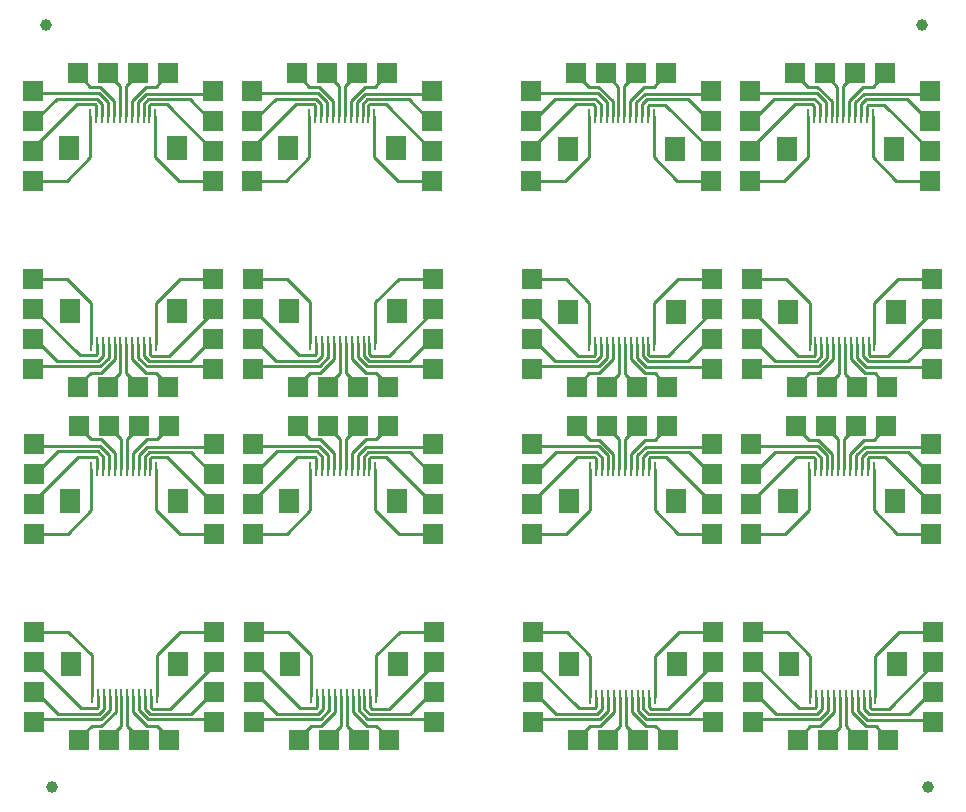
<source format=gbr>
%TF.GenerationSoftware,KiCad,Pcbnew,8.0.3*%
%TF.CreationDate,2024-06-16T14:02:55-05:00*%
%TF.ProjectId,EZ-VIK_panelized_panelized_panelized_panelized,455a2d56-494b-45f7-9061-6e656c697a65,rev?*%
%TF.SameCoordinates,Original*%
%TF.FileFunction,Copper,L1,Top*%
%TF.FilePolarity,Positive*%
%FSLAX46Y46*%
G04 Gerber Fmt 4.6, Leading zero omitted, Abs format (unit mm)*
G04 Created by KiCad (PCBNEW 8.0.3) date 2024-06-16 14:02:55*
%MOMM*%
%LPD*%
G01*
G04 APERTURE LIST*
%TA.AperFunction,ComponentPad*%
%ADD10R,1.680000X1.680000*%
%TD*%
%TA.AperFunction,SMDPad,CuDef*%
%ADD11C,1.000000*%
%TD*%
%TA.AperFunction,SMDPad,CuDef*%
%ADD12R,0.280000X1.250000*%
%TD*%
%TA.AperFunction,SMDPad,CuDef*%
%ADD13R,1.800000X2.000000*%
%TD*%
%TA.AperFunction,Conductor*%
%ADD14C,0.250000*%
%TD*%
G04 APERTURE END LIST*
D10*
%TO.P,J2,1,Pin_1*%
%TO.N,MOSI*%
X209928600Y-102722102D03*
%TO.P,J2,2,Pin_2*%
%TO.N,GP_AD1*%
X212478600Y-102722102D03*
%TO.P,J2,3,Pin_3*%
%TO.N,+5V*%
X215013600Y-102722102D03*
%TO.P,J2,4,Pin_4*%
%TO.N,RGB_DO*%
X217548600Y-102722102D03*
%TD*%
%TO.P,J3,1,Pin_1*%
%TO.N,+3V3*%
X145163478Y-55391411D03*
%TO.P,J3,2,Pin_2*%
%TO.N,GND*%
X145163478Y-52841411D03*
%TO.P,J3,3,Pin_3*%
%TO.N,SDA*%
X145163478Y-50306411D03*
%TO.P,J3,4,Pin_4*%
%TO.N,SCL*%
X145163478Y-47771411D03*
%TD*%
D11*
%TO.P,,*%
%TO.N,*%
X220980000Y-106680000D03*
%TD*%
D10*
%TO.P,J1,1,Pin_1*%
%TO.N,SCLK*%
X187487322Y-93576478D03*
%TO.P,J1,2,Pin_2*%
%TO.N,MISO*%
X187487322Y-96126478D03*
%TO.P,J1,3,Pin_3*%
%TO.N,SPI_CS*%
X187487322Y-98661478D03*
%TO.P,J1,4,Pin_4*%
%TO.N,GP_AD2*%
X187487322Y-101196478D03*
%TD*%
%TO.P,J2,1,Pin_1*%
%TO.N,MOSI*%
X175218978Y-76111511D03*
%TO.P,J2,2,Pin_2*%
%TO.N,GP_AD1*%
X172668978Y-76111511D03*
%TO.P,J2,3,Pin_3*%
%TO.N,+5V*%
X170133978Y-76111511D03*
%TO.P,J2,4,Pin_4*%
%TO.N,RGB_DO*%
X167598978Y-76111511D03*
%TD*%
%TO.P,J2,1,Pin_1*%
%TO.N,MOSI*%
X198800800Y-46250600D03*
%TO.P,J2,2,Pin_2*%
%TO.N,GP_AD1*%
X196250800Y-46250600D03*
%TO.P,J2,3,Pin_3*%
%TO.N,+5V*%
X193715800Y-46250600D03*
%TO.P,J2,4,Pin_4*%
%TO.N,RGB_DO*%
X191180800Y-46250600D03*
%TD*%
%TO.P,J3,1,Pin_1*%
%TO.N,+3V3*%
X179027500Y-63670700D03*
%TO.P,J3,2,Pin_2*%
%TO.N,GND*%
X179027500Y-66220700D03*
%TO.P,J3,3,Pin_3*%
%TO.N,SDA*%
X179027500Y-68755700D03*
%TO.P,J3,4,Pin_4*%
%TO.N,SCL*%
X179027500Y-71290700D03*
%TD*%
%TO.P,J2,1,Pin_1*%
%TO.N,MOSI*%
X149090000Y-102707289D03*
%TO.P,J2,2,Pin_2*%
%TO.N,GP_AD1*%
X151640000Y-102707289D03*
%TO.P,J2,3,Pin_3*%
%TO.N,+5V*%
X154175000Y-102707289D03*
%TO.P,J2,4,Pin_4*%
%TO.N,RGB_DO*%
X156710000Y-102707289D03*
%TD*%
%TO.P,J1,1,Pin_1*%
%TO.N,SCLK*%
X179023978Y-85255511D03*
%TO.P,J1,2,Pin_2*%
%TO.N,MISO*%
X179023978Y-82705511D03*
%TO.P,J1,3,Pin_3*%
%TO.N,SPI_CS*%
X179023978Y-80170511D03*
%TO.P,J1,4,Pin_4*%
%TO.N,GP_AD2*%
X179023978Y-77635511D03*
%TD*%
%TO.P,J2,1,Pin_1*%
%TO.N,MOSI*%
X217342800Y-46250600D03*
%TO.P,J2,2,Pin_2*%
%TO.N,GP_AD1*%
X214792800Y-46250600D03*
%TO.P,J2,3,Pin_3*%
%TO.N,+5V*%
X212257800Y-46250600D03*
%TO.P,J2,4,Pin_4*%
%TO.N,RGB_DO*%
X209722800Y-46250600D03*
%TD*%
%TO.P,J1,1,Pin_1*%
%TO.N,SCLK*%
X163787500Y-63680700D03*
%TO.P,J1,2,Pin_2*%
%TO.N,MISO*%
X163787500Y-66230700D03*
%TO.P,J1,3,Pin_3*%
%TO.N,SPI_CS*%
X163787500Y-68765700D03*
%TO.P,J1,4,Pin_4*%
%TO.N,GP_AD2*%
X163787500Y-71300700D03*
%TD*%
%TO.P,J1,1,Pin_1*%
%TO.N,SCLK*%
X202605800Y-55394600D03*
%TO.P,J1,2,Pin_2*%
%TO.N,MISO*%
X202605800Y-52844600D03*
%TO.P,J1,3,Pin_3*%
%TO.N,SPI_CS*%
X202605800Y-50309600D03*
%TO.P,J1,4,Pin_4*%
%TO.N,GP_AD2*%
X202605800Y-47774600D03*
%TD*%
D12*
%TO.P,J22,1,3V3*%
%TO.N,+3V3*%
X155655000Y-99030289D03*
%TO.P,J22,2,GND*%
%TO.N,GND*%
X155155000Y-99030289D03*
%TO.P,J22,3,SDA*%
%TO.N,SDA*%
X154655000Y-99030289D03*
%TO.P,J22,4,SCL*%
%TO.N,SCL*%
X154155000Y-99030289D03*
%TO.P,J22,5,RGB_DO*%
%TO.N,RGB_DO*%
X153655000Y-99030289D03*
%TO.P,J22,6,5V*%
%TO.N,+5V*%
X153155000Y-99030289D03*
%TO.P,J22,7,GP_AD1*%
%TO.N,GP_AD1*%
X152655000Y-99030289D03*
%TO.P,J22,8,MOSI*%
%TO.N,MOSI*%
X152155000Y-99030289D03*
%TO.P,J22,9,GP_AD2*%
%TO.N,GP_AD2*%
X151655000Y-99030289D03*
%TO.P,J22,10,SPI_CS*%
%TO.N,SPI_CS*%
X151155000Y-99030289D03*
%TO.P,J22,11,MISO*%
%TO.N,MISO*%
X150655000Y-99030289D03*
%TO.P,J22,12,SCLK*%
%TO.N,SCLK*%
X150155000Y-99030289D03*
D13*
%TO.P,J22,13*%
%TO.N,N/C*%
X148355000Y-96306289D03*
%TO.P,J22,14*%
X157455000Y-96306289D03*
%TD*%
D10*
%TO.P,J3,1,Pin_1*%
%TO.N,+3V3*%
X179106000Y-93544800D03*
%TO.P,J3,2,Pin_2*%
%TO.N,GND*%
X179106000Y-96094800D03*
%TO.P,J3,3,Pin_3*%
%TO.N,SDA*%
X179106000Y-98629800D03*
%TO.P,J3,4,Pin_4*%
%TO.N,SCL*%
X179106000Y-101164800D03*
%TD*%
%TO.P,J3,1,Pin_1*%
%TO.N,+3V3*%
X163705478Y-55391411D03*
%TO.P,J3,2,Pin_2*%
%TO.N,GND*%
X163705478Y-52841411D03*
%TO.P,J3,3,Pin_3*%
%TO.N,SDA*%
X163705478Y-50306411D03*
%TO.P,J3,4,Pin_4*%
%TO.N,SCL*%
X163705478Y-47771411D03*
%TD*%
D12*
%TO.P,J16,1,3V3*%
%TO.N,+3V3*%
X197778822Y-69169378D03*
%TO.P,J16,2,GND*%
%TO.N,GND*%
X197278822Y-69169378D03*
%TO.P,J16,3,SDA*%
%TO.N,SDA*%
X196778822Y-69169378D03*
%TO.P,J16,4,SCL*%
%TO.N,SCL*%
X196278822Y-69169378D03*
%TO.P,J16,5,RGB_DO*%
%TO.N,RGB_DO*%
X195778822Y-69169378D03*
%TO.P,J16,6,5V*%
%TO.N,+5V*%
X195278822Y-69169378D03*
%TO.P,J16,7,GP_AD1*%
%TO.N,GP_AD1*%
X194778822Y-69169378D03*
%TO.P,J16,8,MOSI*%
%TO.N,MOSI*%
X194278822Y-69169378D03*
%TO.P,J16,9,GP_AD2*%
%TO.N,GP_AD2*%
X193778822Y-69169378D03*
%TO.P,J16,10,SPI_CS*%
%TO.N,SPI_CS*%
X193278822Y-69169378D03*
%TO.P,J16,11,MISO*%
%TO.N,MISO*%
X192778822Y-69169378D03*
%TO.P,J16,12,SCLK*%
%TO.N,SCLK*%
X192278822Y-69169378D03*
D13*
%TO.P,J16,13*%
%TO.N,N/C*%
X190478822Y-66445378D03*
%TO.P,J16,14*%
X199578822Y-66445378D03*
%TD*%
D10*
%TO.P,J1,1,Pin_1*%
%TO.N,SCLK*%
X202684300Y-85268700D03*
%TO.P,J1,2,Pin_2*%
%TO.N,MISO*%
X202684300Y-82718700D03*
%TO.P,J1,3,Pin_3*%
%TO.N,SPI_CS*%
X202684300Y-80183700D03*
%TO.P,J1,4,Pin_4*%
%TO.N,GP_AD2*%
X202684300Y-77648700D03*
%TD*%
D12*
%TO.P,13,1,3V3*%
%TO.N,+3V3*%
X210777800Y-49927600D03*
%TO.P,13,2,GND*%
%TO.N,GND*%
X211277800Y-49927600D03*
%TO.P,13,3,SDA*%
%TO.N,SDA*%
X211777800Y-49927600D03*
%TO.P,13,4,SCL*%
%TO.N,SCL*%
X212277800Y-49927600D03*
%TO.P,13,5,RGB_DO*%
%TO.N,RGB_DO*%
X212777800Y-49927600D03*
%TO.P,13,6,5V*%
%TO.N,+5V*%
X213277800Y-49927600D03*
%TO.P,13,7,GP_AD1*%
%TO.N,GP_AD1*%
X213777800Y-49927600D03*
%TO.P,13,8,MOSI*%
%TO.N,MOSI*%
X214277800Y-49927600D03*
%TO.P,13,9,GP_AD2*%
%TO.N,GP_AD2*%
X214777800Y-49927600D03*
%TO.P,13,10,SPI_CS*%
%TO.N,SPI_CS*%
X215277800Y-49927600D03*
%TO.P,13,11,MISO*%
%TO.N,MISO*%
X215777800Y-49927600D03*
%TO.P,13,12,SCLK*%
%TO.N,SCLK*%
X216277800Y-49927600D03*
D13*
%TO.P,13,13*%
%TO.N,N/C*%
X218077800Y-52651600D03*
%TO.P,13,14*%
X208977800Y-52651600D03*
%TD*%
D10*
%TO.P,J2,1,Pin_1*%
%TO.N,MOSI*%
X156598478Y-46237411D03*
%TO.P,J2,2,Pin_2*%
%TO.N,GP_AD1*%
X154048478Y-46237411D03*
%TO.P,J2,3,Pin_3*%
%TO.N,+5V*%
X151513478Y-46237411D03*
%TO.P,J2,4,Pin_4*%
%TO.N,RGB_DO*%
X148978478Y-46237411D03*
%TD*%
D12*
%TO.P,J14,1,3V3*%
%TO.N,+3V3*%
X155576500Y-69156189D03*
%TO.P,J14,2,GND*%
%TO.N,GND*%
X155076500Y-69156189D03*
%TO.P,J14,3,SDA*%
%TO.N,SDA*%
X154576500Y-69156189D03*
%TO.P,J14,4,SCL*%
%TO.N,SCL*%
X154076500Y-69156189D03*
%TO.P,J14,5,RGB_DO*%
%TO.N,RGB_DO*%
X153576500Y-69156189D03*
%TO.P,J14,6,5V*%
%TO.N,+5V*%
X153076500Y-69156189D03*
%TO.P,J14,7,GP_AD1*%
%TO.N,GP_AD1*%
X152576500Y-69156189D03*
%TO.P,J14,8,MOSI*%
%TO.N,MOSI*%
X152076500Y-69156189D03*
%TO.P,J14,9,GP_AD2*%
%TO.N,GP_AD2*%
X151576500Y-69156189D03*
%TO.P,J14,10,SPI_CS*%
%TO.N,SPI_CS*%
X151076500Y-69156189D03*
%TO.P,J14,11,MISO*%
%TO.N,MISO*%
X150576500Y-69156189D03*
%TO.P,J14,12,SCLK*%
%TO.N,SCLK*%
X150076500Y-69156189D03*
D13*
%TO.P,J14,13*%
%TO.N,N/C*%
X148276500Y-66432189D03*
%TO.P,J14,14*%
X157376500Y-66432189D03*
%TD*%
D10*
%TO.P,J3,1,Pin_1*%
%TO.N,+3V3*%
X205907800Y-55404600D03*
%TO.P,J3,2,Pin_2*%
%TO.N,GND*%
X205907800Y-52854600D03*
%TO.P,J3,3,Pin_3*%
%TO.N,SDA*%
X205907800Y-50319600D03*
%TO.P,J3,4,Pin_4*%
%TO.N,SCL*%
X205907800Y-47784600D03*
%TD*%
%TO.P,J2,1,Pin_1*%
%TO.N,MOSI*%
X167671000Y-102698800D03*
%TO.P,J2,2,Pin_2*%
%TO.N,GP_AD1*%
X170221000Y-102698800D03*
%TO.P,J2,3,Pin_3*%
%TO.N,+5V*%
X172756000Y-102698800D03*
%TO.P,J2,4,Pin_4*%
%TO.N,RGB_DO*%
X175291000Y-102698800D03*
%TD*%
%TO.P,J3,1,Pin_1*%
%TO.N,+3V3*%
X202727322Y-93566478D03*
%TO.P,J3,2,Pin_2*%
%TO.N,GND*%
X202727322Y-96116478D03*
%TO.P,J3,3,Pin_3*%
%TO.N,SDA*%
X202727322Y-98651478D03*
%TO.P,J3,4,Pin_4*%
%TO.N,SCL*%
X202727322Y-101186478D03*
%TD*%
%TO.P,J3,1,Pin_1*%
%TO.N,+3V3*%
X160525000Y-93553289D03*
%TO.P,J3,2,Pin_2*%
%TO.N,GND*%
X160525000Y-96103289D03*
%TO.P,J3,3,Pin_3*%
%TO.N,SDA*%
X160525000Y-98638289D03*
%TO.P,J3,4,Pin_4*%
%TO.N,SCL*%
X160525000Y-101173289D03*
%TD*%
%TO.P,J3,1,Pin_1*%
%TO.N,+3V3*%
X187444300Y-85278700D03*
%TO.P,J3,2,Pin_2*%
%TO.N,GND*%
X187444300Y-82728700D03*
%TO.P,J3,3,Pin_3*%
%TO.N,SDA*%
X187444300Y-80193700D03*
%TO.P,J3,4,Pin_4*%
%TO.N,SCL*%
X187444300Y-77658700D03*
%TD*%
%TO.P,J2,1,Pin_1*%
%TO.N,MOSI*%
X209850100Y-72848002D03*
%TO.P,J2,2,Pin_2*%
%TO.N,GP_AD1*%
X212400100Y-72848002D03*
%TO.P,J2,3,Pin_3*%
%TO.N,+5V*%
X214935100Y-72848002D03*
%TO.P,J2,4,Pin_4*%
%TO.N,RGB_DO*%
X217470100Y-72848002D03*
%TD*%
D11*
%TO.P,,*%
%TO.N,*%
X146304000Y-42164000D03*
%TD*%
D10*
%TO.P,J3,1,Pin_1*%
%TO.N,+3V3*%
X163783978Y-85265511D03*
%TO.P,J3,2,Pin_2*%
%TO.N,GND*%
X163783978Y-82715511D03*
%TO.P,J3,3,Pin_3*%
%TO.N,SDA*%
X163783978Y-80180511D03*
%TO.P,J3,4,Pin_4*%
%TO.N,SCL*%
X163783978Y-77645511D03*
%TD*%
D11*
%TO.P,,*%
%TO.N,*%
X146812000Y-106680000D03*
%TD*%
D12*
%TO.P,J24,1,3V3*%
%TO.N,+3V3*%
X197857322Y-99043478D03*
%TO.P,J24,2,GND*%
%TO.N,GND*%
X197357322Y-99043478D03*
%TO.P,J24,3,SDA*%
%TO.N,SDA*%
X196857322Y-99043478D03*
%TO.P,J24,4,SCL*%
%TO.N,SCL*%
X196357322Y-99043478D03*
%TO.P,J24,5,RGB_DO*%
%TO.N,RGB_DO*%
X195857322Y-99043478D03*
%TO.P,J24,6,5V*%
%TO.N,+5V*%
X195357322Y-99043478D03*
%TO.P,J24,7,GP_AD1*%
%TO.N,GP_AD1*%
X194857322Y-99043478D03*
%TO.P,J24,8,MOSI*%
%TO.N,MOSI*%
X194357322Y-99043478D03*
%TO.P,J24,9,GP_AD2*%
%TO.N,GP_AD2*%
X193857322Y-99043478D03*
%TO.P,J24,10,SPI_CS*%
%TO.N,SPI_CS*%
X193357322Y-99043478D03*
%TO.P,J24,11,MISO*%
%TO.N,MISO*%
X192857322Y-99043478D03*
%TO.P,J24,12,SCLK*%
%TO.N,SCLK*%
X192357322Y-99043478D03*
D13*
%TO.P,J24,13*%
%TO.N,N/C*%
X190557322Y-96319478D03*
%TO.P,J24,14*%
X199657322Y-96319478D03*
%TD*%
D10*
%TO.P,J3,1,Pin_1*%
%TO.N,+3V3*%
X221363600Y-93568102D03*
%TO.P,J3,2,Pin_2*%
%TO.N,GND*%
X221363600Y-96118102D03*
%TO.P,J3,3,Pin_3*%
%TO.N,SDA*%
X221363600Y-98653102D03*
%TO.P,J3,4,Pin_4*%
%TO.N,SCL*%
X221363600Y-101188102D03*
%TD*%
%TO.P,J2,1,Pin_1*%
%TO.N,MOSI*%
X156676978Y-76111511D03*
%TO.P,J2,2,Pin_2*%
%TO.N,GP_AD1*%
X154126978Y-76111511D03*
%TO.P,J2,3,Pin_3*%
%TO.N,+5V*%
X151591978Y-76111511D03*
%TO.P,J2,4,Pin_4*%
%TO.N,RGB_DO*%
X149056978Y-76111511D03*
%TD*%
%TO.P,J3,1,Pin_1*%
%TO.N,+3V3*%
X145241978Y-85265511D03*
%TO.P,J3,2,Pin_2*%
%TO.N,GND*%
X145241978Y-82715511D03*
%TO.P,J3,3,Pin_3*%
%TO.N,SDA*%
X145241978Y-80180511D03*
%TO.P,J3,4,Pin_4*%
%TO.N,SCL*%
X145241978Y-77645511D03*
%TD*%
D12*
%TO.P,J25,1,3V3*%
%TO.N,+3V3*%
X216493600Y-99045102D03*
%TO.P,J25,2,GND*%
%TO.N,GND*%
X215993600Y-99045102D03*
%TO.P,J25,3,SDA*%
%TO.N,SDA*%
X215493600Y-99045102D03*
%TO.P,J25,4,SCL*%
%TO.N,SCL*%
X214993600Y-99045102D03*
%TO.P,J25,5,RGB_DO*%
%TO.N,RGB_DO*%
X214493600Y-99045102D03*
%TO.P,J25,6,5V*%
%TO.N,+5V*%
X213993600Y-99045102D03*
%TO.P,J25,7,GP_AD1*%
%TO.N,GP_AD1*%
X213493600Y-99045102D03*
%TO.P,J25,8,MOSI*%
%TO.N,MOSI*%
X212993600Y-99045102D03*
%TO.P,J25,9,GP_AD2*%
%TO.N,GP_AD2*%
X212493600Y-99045102D03*
%TO.P,J25,10,SPI_CS*%
%TO.N,SPI_CS*%
X211993600Y-99045102D03*
%TO.P,J25,11,MISO*%
%TO.N,MISO*%
X211493600Y-99045102D03*
%TO.P,J25,12,SCLK*%
%TO.N,SCLK*%
X210993600Y-99045102D03*
D13*
%TO.P,J25,13*%
%TO.N,N/C*%
X209193600Y-96321102D03*
%TO.P,J25,14*%
X218293600Y-96321102D03*
%TD*%
D10*
%TO.P,J1,1,Pin_1*%
%TO.N,SCLK*%
X145206500Y-63689189D03*
%TO.P,J1,2,Pin_2*%
%TO.N,MISO*%
X145206500Y-66239189D03*
%TO.P,J1,3,Pin_3*%
%TO.N,SPI_CS*%
X145206500Y-68774189D03*
%TO.P,J1,4,Pin_4*%
%TO.N,GP_AD2*%
X145206500Y-71309189D03*
%TD*%
%TO.P,J3,1,Pin_1*%
%TO.N,+3V3*%
X221285100Y-63694002D03*
%TO.P,J3,2,Pin_2*%
%TO.N,GND*%
X221285100Y-66244002D03*
%TO.P,J3,3,Pin_3*%
%TO.N,SDA*%
X221285100Y-68779002D03*
%TO.P,J3,4,Pin_4*%
%TO.N,SCL*%
X221285100Y-71314002D03*
%TD*%
%TO.P,J1,1,Pin_1*%
%TO.N,SCLK*%
X160403478Y-55381411D03*
%TO.P,J1,2,Pin_2*%
%TO.N,MISO*%
X160403478Y-52831411D03*
%TO.P,J1,3,Pin_3*%
%TO.N,SPI_CS*%
X160403478Y-50296411D03*
%TO.P,J1,4,Pin_4*%
%TO.N,GP_AD2*%
X160403478Y-47761411D03*
%TD*%
%TO.P,J2,1,Pin_1*%
%TO.N,MOSI*%
X191292322Y-102720478D03*
%TO.P,J2,2,Pin_2*%
%TO.N,GP_AD1*%
X193842322Y-102720478D03*
%TO.P,J2,3,Pin_3*%
%TO.N,+5V*%
X196377322Y-102720478D03*
%TO.P,J2,4,Pin_4*%
%TO.N,RGB_DO*%
X198912322Y-102720478D03*
%TD*%
D12*
%TO.P,J15,1,3V3*%
%TO.N,+3V3*%
X174157500Y-69147700D03*
%TO.P,J15,2,GND*%
%TO.N,GND*%
X173657500Y-69147700D03*
%TO.P,J15,3,SDA*%
%TO.N,SDA*%
X173157500Y-69147700D03*
%TO.P,J15,4,SCL*%
%TO.N,SCL*%
X172657500Y-69147700D03*
%TO.P,J15,5,RGB_DO*%
%TO.N,RGB_DO*%
X172157500Y-69147700D03*
%TO.P,J15,6,5V*%
%TO.N,+5V*%
X171657500Y-69147700D03*
%TO.P,J15,7,GP_AD1*%
%TO.N,GP_AD1*%
X171157500Y-69147700D03*
%TO.P,J15,8,MOSI*%
%TO.N,MOSI*%
X170657500Y-69147700D03*
%TO.P,J15,9,GP_AD2*%
%TO.N,GP_AD2*%
X170157500Y-69147700D03*
%TO.P,J15,10,SPI_CS*%
%TO.N,SPI_CS*%
X169657500Y-69147700D03*
%TO.P,J15,11,MISO*%
%TO.N,MISO*%
X169157500Y-69147700D03*
%TO.P,J15,12,SCLK*%
%TO.N,SCLK*%
X168657500Y-69147700D03*
D13*
%TO.P,J15,13*%
%TO.N,N/C*%
X166857500Y-66423700D03*
%TO.P,J15,14*%
X175957500Y-66423700D03*
%TD*%
D10*
%TO.P,J3,1,Pin_1*%
%TO.N,+3V3*%
X160446500Y-63679189D03*
%TO.P,J3,2,Pin_2*%
%TO.N,GND*%
X160446500Y-66229189D03*
%TO.P,J3,3,Pin_3*%
%TO.N,SDA*%
X160446500Y-68764189D03*
%TO.P,J3,4,Pin_4*%
%TO.N,SCL*%
X160446500Y-71299189D03*
%TD*%
%TO.P,J2,1,Pin_1*%
%TO.N,MOSI*%
X198879300Y-76124700D03*
%TO.P,J2,2,Pin_2*%
%TO.N,GP_AD1*%
X196329300Y-76124700D03*
%TO.P,J2,3,Pin_3*%
%TO.N,+5V*%
X193794300Y-76124700D03*
%TO.P,J2,4,Pin_4*%
%TO.N,RGB_DO*%
X191259300Y-76124700D03*
%TD*%
%TO.P,J1,1,Pin_1*%
%TO.N,SCLK*%
X206123600Y-93578102D03*
%TO.P,J1,2,Pin_2*%
%TO.N,MISO*%
X206123600Y-96128102D03*
%TO.P,J1,3,Pin_3*%
%TO.N,SPI_CS*%
X206123600Y-98663102D03*
%TO.P,J1,4,Pin_4*%
%TO.N,GP_AD2*%
X206123600Y-101198102D03*
%TD*%
%TO.P,J1,1,Pin_1*%
%TO.N,SCLK*%
X206045100Y-63704002D03*
%TO.P,J1,2,Pin_2*%
%TO.N,MISO*%
X206045100Y-66254002D03*
%TO.P,J1,3,Pin_3*%
%TO.N,SPI_CS*%
X206045100Y-68789002D03*
%TO.P,J1,4,Pin_4*%
%TO.N,GP_AD2*%
X206045100Y-71324002D03*
%TD*%
%TO.P,J3,1,Pin_1*%
%TO.N,+3V3*%
X187365800Y-55404600D03*
%TO.P,J3,2,Pin_2*%
%TO.N,GND*%
X187365800Y-52854600D03*
%TO.P,J3,3,Pin_3*%
%TO.N,SDA*%
X187365800Y-50319600D03*
%TO.P,J3,4,Pin_4*%
%TO.N,SCL*%
X187365800Y-47784600D03*
%TD*%
%TO.P,J3,1,Pin_1*%
%TO.N,+3V3*%
X202648822Y-63692378D03*
%TO.P,J3,2,Pin_2*%
%TO.N,GND*%
X202648822Y-66242378D03*
%TO.P,J3,3,Pin_3*%
%TO.N,SDA*%
X202648822Y-68777378D03*
%TO.P,J3,4,Pin_4*%
%TO.N,SCL*%
X202648822Y-71312378D03*
%TD*%
D12*
%TO.P,J17,1,3V3*%
%TO.N,+3V3*%
X216415100Y-69171002D03*
%TO.P,J17,2,GND*%
%TO.N,GND*%
X215915100Y-69171002D03*
%TO.P,J17,3,SDA*%
%TO.N,SDA*%
X215415100Y-69171002D03*
%TO.P,J17,4,SCL*%
%TO.N,SCL*%
X214915100Y-69171002D03*
%TO.P,J17,5,RGB_DO*%
%TO.N,RGB_DO*%
X214415100Y-69171002D03*
%TO.P,J17,6,5V*%
%TO.N,+5V*%
X213915100Y-69171002D03*
%TO.P,J17,7,GP_AD1*%
%TO.N,GP_AD1*%
X213415100Y-69171002D03*
%TO.P,J17,8,MOSI*%
%TO.N,MOSI*%
X212915100Y-69171002D03*
%TO.P,J17,9,GP_AD2*%
%TO.N,GP_AD2*%
X212415100Y-69171002D03*
%TO.P,J17,10,SPI_CS*%
%TO.N,SPI_CS*%
X211915100Y-69171002D03*
%TO.P,J17,11,MISO*%
%TO.N,MISO*%
X211415100Y-69171002D03*
%TO.P,J17,12,SCLK*%
%TO.N,SCLK*%
X210915100Y-69171002D03*
D13*
%TO.P,J17,13*%
%TO.N,N/C*%
X209115100Y-66447002D03*
%TO.P,J17,14*%
X218215100Y-66447002D03*
%TD*%
D12*
%TO.P,J19,1,3V3*%
%TO.N,+3V3*%
X168653978Y-79788511D03*
%TO.P,J19,2,GND*%
%TO.N,GND*%
X169153978Y-79788511D03*
%TO.P,J19,3,SDA*%
%TO.N,SDA*%
X169653978Y-79788511D03*
%TO.P,J19,4,SCL*%
%TO.N,SCL*%
X170153978Y-79788511D03*
%TO.P,J19,5,RGB_DO*%
%TO.N,RGB_DO*%
X170653978Y-79788511D03*
%TO.P,J19,6,5V*%
%TO.N,+5V*%
X171153978Y-79788511D03*
%TO.P,J19,7,GP_AD1*%
%TO.N,GP_AD1*%
X171653978Y-79788511D03*
%TO.P,J19,8,MOSI*%
%TO.N,MOSI*%
X172153978Y-79788511D03*
%TO.P,J19,9,GP_AD2*%
%TO.N,GP_AD2*%
X172653978Y-79788511D03*
%TO.P,J19,10,SPI_CS*%
%TO.N,SPI_CS*%
X173153978Y-79788511D03*
%TO.P,J19,11,MISO*%
%TO.N,MISO*%
X173653978Y-79788511D03*
%TO.P,J19,12,SCLK*%
%TO.N,SCLK*%
X174153978Y-79788511D03*
D13*
%TO.P,J19,13*%
%TO.N,N/C*%
X175953978Y-82512511D03*
%TO.P,J19,14*%
X166853978Y-82512511D03*
%TD*%
D10*
%TO.P,J2,1,Pin_1*%
%TO.N,MOSI*%
X167592500Y-72824700D03*
%TO.P,J2,2,Pin_2*%
%TO.N,GP_AD1*%
X170142500Y-72824700D03*
%TO.P,J2,3,Pin_3*%
%TO.N,+5V*%
X172677500Y-72824700D03*
%TO.P,J2,4,Pin_4*%
%TO.N,RGB_DO*%
X175212500Y-72824700D03*
%TD*%
%TO.P,J1,1,Pin_1*%
%TO.N,SCLK*%
X145285000Y-93563289D03*
%TO.P,J1,2,Pin_2*%
%TO.N,MISO*%
X145285000Y-96113289D03*
%TO.P,J1,3,Pin_3*%
%TO.N,SPI_CS*%
X145285000Y-98648289D03*
%TO.P,J1,4,Pin_4*%
%TO.N,GP_AD2*%
X145285000Y-101183289D03*
%TD*%
D12*
%TO.P,J11,1,3V3*%
%TO.N,+3V3*%
X168575478Y-49914411D03*
%TO.P,J11,2,GND*%
%TO.N,GND*%
X169075478Y-49914411D03*
%TO.P,J11,3,SDA*%
%TO.N,SDA*%
X169575478Y-49914411D03*
%TO.P,J11,4,SCL*%
%TO.N,SCL*%
X170075478Y-49914411D03*
%TO.P,J11,5,RGB_DO*%
%TO.N,RGB_DO*%
X170575478Y-49914411D03*
%TO.P,J11,6,5V*%
%TO.N,+5V*%
X171075478Y-49914411D03*
%TO.P,J11,7,GP_AD1*%
%TO.N,GP_AD1*%
X171575478Y-49914411D03*
%TO.P,J11,8,MOSI*%
%TO.N,MOSI*%
X172075478Y-49914411D03*
%TO.P,J11,9,GP_AD2*%
%TO.N,GP_AD2*%
X172575478Y-49914411D03*
%TO.P,J11,10,SPI_CS*%
%TO.N,SPI_CS*%
X173075478Y-49914411D03*
%TO.P,J11,11,MISO*%
%TO.N,MISO*%
X173575478Y-49914411D03*
%TO.P,J11,12,SCLK*%
%TO.N,SCLK*%
X174075478Y-49914411D03*
D13*
%TO.P,J11,13*%
%TO.N,N/C*%
X175875478Y-52638411D03*
%TO.P,J11,14*%
X166775478Y-52638411D03*
%TD*%
D10*
%TO.P,J2,1,Pin_1*%
%TO.N,MOSI*%
X175140478Y-46237411D03*
%TO.P,J2,2,Pin_2*%
%TO.N,GP_AD1*%
X172590478Y-46237411D03*
%TO.P,J2,3,Pin_3*%
%TO.N,+5V*%
X170055478Y-46237411D03*
%TO.P,J2,4,Pin_4*%
%TO.N,RGB_DO*%
X167520478Y-46237411D03*
%TD*%
D12*
%TO.P,J20,1,3V3*%
%TO.N,+3V3*%
X192314300Y-79801700D03*
%TO.P,J20,2,GND*%
%TO.N,GND*%
X192814300Y-79801700D03*
%TO.P,J20,3,SDA*%
%TO.N,SDA*%
X193314300Y-79801700D03*
%TO.P,J20,4,SCL*%
%TO.N,SCL*%
X193814300Y-79801700D03*
%TO.P,J20,5,RGB_DO*%
%TO.N,RGB_DO*%
X194314300Y-79801700D03*
%TO.P,J20,6,5V*%
%TO.N,+5V*%
X194814300Y-79801700D03*
%TO.P,J20,7,GP_AD1*%
%TO.N,GP_AD1*%
X195314300Y-79801700D03*
%TO.P,J20,8,MOSI*%
%TO.N,MOSI*%
X195814300Y-79801700D03*
%TO.P,J20,9,GP_AD2*%
%TO.N,GP_AD2*%
X196314300Y-79801700D03*
%TO.P,J20,10,SPI_CS*%
%TO.N,SPI_CS*%
X196814300Y-79801700D03*
%TO.P,J20,11,MISO*%
%TO.N,MISO*%
X197314300Y-79801700D03*
%TO.P,J20,12,SCLK*%
%TO.N,SCLK*%
X197814300Y-79801700D03*
D13*
%TO.P,J20,13*%
%TO.N,N/C*%
X199614300Y-82525700D03*
%TO.P,J20,14*%
X190514300Y-82525700D03*
%TD*%
D10*
%TO.P,J2,1,Pin_1*%
%TO.N,MOSI*%
X217421300Y-76124700D03*
%TO.P,J2,2,Pin_2*%
%TO.N,GP_AD1*%
X214871300Y-76124700D03*
%TO.P,J2,3,Pin_3*%
%TO.N,+5V*%
X212336300Y-76124700D03*
%TO.P,J2,4,Pin_4*%
%TO.N,RGB_DO*%
X209801300Y-76124700D03*
%TD*%
%TO.P,J1,1,Pin_1*%
%TO.N,SCLK*%
X178945478Y-55381411D03*
%TO.P,J1,2,Pin_2*%
%TO.N,MISO*%
X178945478Y-52831411D03*
%TO.P,J1,3,Pin_3*%
%TO.N,SPI_CS*%
X178945478Y-50296411D03*
%TO.P,J1,4,Pin_4*%
%TO.N,GP_AD2*%
X178945478Y-47761411D03*
%TD*%
%TO.P,J3,1,Pin_1*%
%TO.N,+3V3*%
X205986300Y-85278700D03*
%TO.P,J3,2,Pin_2*%
%TO.N,GND*%
X205986300Y-82728700D03*
%TO.P,J3,3,Pin_3*%
%TO.N,SDA*%
X205986300Y-80193700D03*
%TO.P,J3,4,Pin_4*%
%TO.N,SCL*%
X205986300Y-77658700D03*
%TD*%
D12*
%TO.P,J12,1,3V3*%
%TO.N,+3V3*%
X192235800Y-49927600D03*
%TO.P,J12,2,GND*%
%TO.N,GND*%
X192735800Y-49927600D03*
%TO.P,J12,3,SDA*%
%TO.N,SDA*%
X193235800Y-49927600D03*
%TO.P,J12,4,SCL*%
%TO.N,SCL*%
X193735800Y-49927600D03*
%TO.P,J12,5,RGB_DO*%
%TO.N,RGB_DO*%
X194235800Y-49927600D03*
%TO.P,J12,6,5V*%
%TO.N,+5V*%
X194735800Y-49927600D03*
%TO.P,J12,7,GP_AD1*%
%TO.N,GP_AD1*%
X195235800Y-49927600D03*
%TO.P,J12,8,MOSI*%
%TO.N,MOSI*%
X195735800Y-49927600D03*
%TO.P,J12,9,GP_AD2*%
%TO.N,GP_AD2*%
X196235800Y-49927600D03*
%TO.P,J12,10,SPI_CS*%
%TO.N,SPI_CS*%
X196735800Y-49927600D03*
%TO.P,J12,11,MISO*%
%TO.N,MISO*%
X197235800Y-49927600D03*
%TO.P,J12,12,SCLK*%
%TO.N,SCLK*%
X197735800Y-49927600D03*
D13*
%TO.P,J12,13*%
%TO.N,N/C*%
X199535800Y-52651600D03*
%TO.P,J12,14*%
X190435800Y-52651600D03*
%TD*%
D10*
%TO.P,J1,1,Pin_1*%
%TO.N,SCLK*%
X163866000Y-93554800D03*
%TO.P,J1,2,Pin_2*%
%TO.N,MISO*%
X163866000Y-96104800D03*
%TO.P,J1,3,Pin_3*%
%TO.N,SPI_CS*%
X163866000Y-98639800D03*
%TO.P,J1,4,Pin_4*%
%TO.N,GP_AD2*%
X163866000Y-101174800D03*
%TD*%
%TO.P,J1,1,Pin_1*%
%TO.N,SCLK*%
X160481978Y-85255511D03*
%TO.P,J1,2,Pin_2*%
%TO.N,MISO*%
X160481978Y-82705511D03*
%TO.P,J1,3,Pin_3*%
%TO.N,SPI_CS*%
X160481978Y-80170511D03*
%TO.P,J1,4,Pin_4*%
%TO.N,GP_AD2*%
X160481978Y-77635511D03*
%TD*%
%TO.P,J2,1,Pin_1*%
%TO.N,MOSI*%
X149011500Y-72833189D03*
%TO.P,J2,2,Pin_2*%
%TO.N,GP_AD1*%
X151561500Y-72833189D03*
%TO.P,J2,3,Pin_3*%
%TO.N,+5V*%
X154096500Y-72833189D03*
%TO.P,J2,4,Pin_4*%
%TO.N,RGB_DO*%
X156631500Y-72833189D03*
%TD*%
%TO.P,J2,1,Pin_1*%
%TO.N,MOSI*%
X191213822Y-72846378D03*
%TO.P,J2,2,Pin_2*%
%TO.N,GP_AD1*%
X193763822Y-72846378D03*
%TO.P,J2,3,Pin_3*%
%TO.N,+5V*%
X196298822Y-72846378D03*
%TO.P,J2,4,Pin_4*%
%TO.N,RGB_DO*%
X198833822Y-72846378D03*
%TD*%
D12*
%TO.P,J18,1,3V3*%
%TO.N,+3V3*%
X150111978Y-79788511D03*
%TO.P,J18,2,GND*%
%TO.N,GND*%
X150611978Y-79788511D03*
%TO.P,J18,3,SDA*%
%TO.N,SDA*%
X151111978Y-79788511D03*
%TO.P,J18,4,SCL*%
%TO.N,SCL*%
X151611978Y-79788511D03*
%TO.P,J18,5,RGB_DO*%
%TO.N,RGB_DO*%
X152111978Y-79788511D03*
%TO.P,J18,6,5V*%
%TO.N,+5V*%
X152611978Y-79788511D03*
%TO.P,J18,7,GP_AD1*%
%TO.N,GP_AD1*%
X153111978Y-79788511D03*
%TO.P,J18,8,MOSI*%
%TO.N,MOSI*%
X153611978Y-79788511D03*
%TO.P,J18,9,GP_AD2*%
%TO.N,GP_AD2*%
X154111978Y-79788511D03*
%TO.P,J18,10,SPI_CS*%
%TO.N,SPI_CS*%
X154611978Y-79788511D03*
%TO.P,J18,11,MISO*%
%TO.N,MISO*%
X155111978Y-79788511D03*
%TO.P,J18,12,SCLK*%
%TO.N,SCLK*%
X155611978Y-79788511D03*
D13*
%TO.P,J18,13*%
%TO.N,N/C*%
X157411978Y-82512511D03*
%TO.P,J18,14*%
X148311978Y-82512511D03*
%TD*%
D12*
%TO.P,J10,1,3V3*%
%TO.N,+3V3*%
X150033478Y-49914411D03*
%TO.P,J10,2,GND*%
%TO.N,GND*%
X150533478Y-49914411D03*
%TO.P,J10,3,SDA*%
%TO.N,SDA*%
X151033478Y-49914411D03*
%TO.P,J10,4,SCL*%
%TO.N,SCL*%
X151533478Y-49914411D03*
%TO.P,J10,5,RGB_DO*%
%TO.N,RGB_DO*%
X152033478Y-49914411D03*
%TO.P,J10,6,5V*%
%TO.N,+5V*%
X152533478Y-49914411D03*
%TO.P,J10,7,GP_AD1*%
%TO.N,GP_AD1*%
X153033478Y-49914411D03*
%TO.P,J10,8,MOSI*%
%TO.N,MOSI*%
X153533478Y-49914411D03*
%TO.P,J10,9,GP_AD2*%
%TO.N,GP_AD2*%
X154033478Y-49914411D03*
%TO.P,J10,10,SPI_CS*%
%TO.N,SPI_CS*%
X154533478Y-49914411D03*
%TO.P,J10,11,MISO*%
%TO.N,MISO*%
X155033478Y-49914411D03*
%TO.P,J10,12,SCLK*%
%TO.N,SCLK*%
X155533478Y-49914411D03*
D13*
%TO.P,J10,13*%
%TO.N,N/C*%
X157333478Y-52638411D03*
%TO.P,J10,14*%
X148233478Y-52638411D03*
%TD*%
D10*
%TO.P,J1,1,Pin_1*%
%TO.N,SCLK*%
X187408822Y-63702378D03*
%TO.P,J1,2,Pin_2*%
%TO.N,MISO*%
X187408822Y-66252378D03*
%TO.P,J1,3,Pin_3*%
%TO.N,SPI_CS*%
X187408822Y-68787378D03*
%TO.P,J1,4,Pin_4*%
%TO.N,GP_AD2*%
X187408822Y-71322378D03*
%TD*%
D12*
%TO.P,J23,1,3V3*%
%TO.N,+3V3*%
X174236000Y-99021800D03*
%TO.P,J23,2,GND*%
%TO.N,GND*%
X173736000Y-99021800D03*
%TO.P,J23,3,SDA*%
%TO.N,SDA*%
X173236000Y-99021800D03*
%TO.P,J23,4,SCL*%
%TO.N,SCL*%
X172736000Y-99021800D03*
%TO.P,J23,5,RGB_DO*%
%TO.N,RGB_DO*%
X172236000Y-99021800D03*
%TO.P,J23,6,5V*%
%TO.N,+5V*%
X171736000Y-99021800D03*
%TO.P,J23,7,GP_AD1*%
%TO.N,GP_AD1*%
X171236000Y-99021800D03*
%TO.P,J23,8,MOSI*%
%TO.N,MOSI*%
X170736000Y-99021800D03*
%TO.P,J23,9,GP_AD2*%
%TO.N,GP_AD2*%
X170236000Y-99021800D03*
%TO.P,J23,10,SPI_CS*%
%TO.N,SPI_CS*%
X169736000Y-99021800D03*
%TO.P,J23,11,MISO*%
%TO.N,MISO*%
X169236000Y-99021800D03*
%TO.P,J23,12,SCLK*%
%TO.N,SCLK*%
X168736000Y-99021800D03*
D13*
%TO.P,J23,13*%
%TO.N,N/C*%
X166936000Y-96297800D03*
%TO.P,J23,14*%
X176036000Y-96297800D03*
%TD*%
D10*
%TO.P,J1,1,Pin_1*%
%TO.N,SCLK*%
X221147800Y-55394600D03*
%TO.P,J1,2,Pin_2*%
%TO.N,MISO*%
X221147800Y-52844600D03*
%TO.P,J1,3,Pin_3*%
%TO.N,SPI_CS*%
X221147800Y-50309600D03*
%TO.P,J1,4,Pin_4*%
%TO.N,GP_AD2*%
X221147800Y-47774600D03*
%TD*%
D11*
%TO.P,,*%
%TO.N,*%
X220472000Y-42164000D03*
%TD*%
D10*
%TO.P,J1,1,Pin_1*%
%TO.N,SCLK*%
X221226300Y-85268700D03*
%TO.P,J1,2,Pin_2*%
%TO.N,MISO*%
X221226300Y-82718700D03*
%TO.P,J1,3,Pin_3*%
%TO.N,SPI_CS*%
X221226300Y-80183700D03*
%TO.P,J1,4,Pin_4*%
%TO.N,GP_AD2*%
X221226300Y-77648700D03*
%TD*%
D12*
%TO.P,J21,1,3V3*%
%TO.N,+3V3*%
X210856300Y-79801700D03*
%TO.P,J21,2,GND*%
%TO.N,GND*%
X211356300Y-79801700D03*
%TO.P,J21,3,SDA*%
%TO.N,SDA*%
X211856300Y-79801700D03*
%TO.P,J21,4,SCL*%
%TO.N,SCL*%
X212356300Y-79801700D03*
%TO.P,J21,5,RGB_DO*%
%TO.N,RGB_DO*%
X212856300Y-79801700D03*
%TO.P,J21,6,5V*%
%TO.N,+5V*%
X213356300Y-79801700D03*
%TO.P,J21,7,GP_AD1*%
%TO.N,GP_AD1*%
X213856300Y-79801700D03*
%TO.P,J21,8,MOSI*%
%TO.N,MOSI*%
X214356300Y-79801700D03*
%TO.P,J21,9,GP_AD2*%
%TO.N,GP_AD2*%
X214856300Y-79801700D03*
%TO.P,J21,10,SPI_CS*%
%TO.N,SPI_CS*%
X215356300Y-79801700D03*
%TO.P,J21,11,MISO*%
%TO.N,MISO*%
X215856300Y-79801700D03*
%TO.P,J21,12,SCLK*%
%TO.N,SCLK*%
X216356300Y-79801700D03*
D13*
%TO.P,J21,13*%
%TO.N,N/C*%
X218156300Y-82525700D03*
%TO.P,J21,14*%
X209056300Y-82525700D03*
%TD*%
D14*
%TO.N,SCLK*%
X166743000Y-93554800D02*
X163991114Y-93554800D01*
X148083500Y-63689189D02*
X145331614Y-63689189D01*
X216356300Y-79801700D02*
X216356300Y-83275700D01*
X168736000Y-99021800D02*
X168736000Y-95547800D01*
X192357322Y-99043478D02*
X192357322Y-95569478D01*
X216356300Y-83275700D02*
X218349300Y-85268700D01*
X197814300Y-79801700D02*
X197814300Y-83275700D01*
X168657500Y-65673700D02*
X166664500Y-63680700D01*
X216277800Y-53401600D02*
X218270800Y-55394600D01*
X192357322Y-95569478D02*
X190364322Y-93576478D01*
X157526478Y-55381411D02*
X160278364Y-55381411D01*
X155533478Y-53388411D02*
X157526478Y-55381411D01*
X218349300Y-85268700D02*
X221101186Y-85268700D01*
X148162000Y-93563289D02*
X145410114Y-93563289D01*
X192278822Y-69169378D02*
X192278822Y-65695378D01*
X150155000Y-95556289D02*
X148162000Y-93563289D01*
X216277800Y-49927600D02*
X216277800Y-53401600D01*
X150155000Y-99030289D02*
X150155000Y-95556289D01*
X150076500Y-69156189D02*
X150076500Y-65682189D01*
X192278822Y-65695378D02*
X190285822Y-63702378D01*
X176146978Y-85255511D02*
X178898864Y-85255511D01*
X210993600Y-95571102D02*
X209000600Y-93578102D01*
X174153978Y-79788511D02*
X174153978Y-83262511D01*
X155533478Y-49914411D02*
X155533478Y-53388411D01*
X176068478Y-55381411D02*
X178820364Y-55381411D01*
X218270800Y-55394600D02*
X221022686Y-55394600D01*
X174075478Y-53388411D02*
X176068478Y-55381411D01*
X197735800Y-53401600D02*
X199728800Y-55394600D01*
X190364322Y-93576478D02*
X187612436Y-93576478D01*
X199807300Y-85268700D02*
X202559186Y-85268700D01*
X168736000Y-95547800D02*
X166743000Y-93554800D01*
X190285822Y-63702378D02*
X187533936Y-63702378D01*
X210915100Y-65697002D02*
X208922100Y-63704002D01*
X209000600Y-93578102D02*
X206248714Y-93578102D01*
X174075478Y-49914411D02*
X174075478Y-53388411D01*
X155611978Y-79788511D02*
X155611978Y-83262511D01*
X174153978Y-83262511D02*
X176146978Y-85255511D01*
X166664500Y-63680700D02*
X163912614Y-63680700D01*
X157604978Y-85255511D02*
X160356864Y-85255511D01*
X197735800Y-49927600D02*
X197735800Y-53401600D01*
X168657500Y-69147700D02*
X168657500Y-65673700D01*
X208922100Y-63704002D02*
X206170214Y-63704002D01*
X155611978Y-83262511D02*
X157604978Y-85255511D01*
X197814300Y-83275700D02*
X199807300Y-85268700D01*
X199728800Y-55394600D02*
X202480686Y-55394600D01*
X210993600Y-99045102D02*
X210993600Y-95571102D01*
X210915100Y-69171002D02*
X210915100Y-65697002D01*
X150076500Y-65682189D02*
X148083500Y-63689189D01*
%TO.N,MISO*%
X156476478Y-48904411D02*
X160278085Y-52706018D01*
X150576500Y-69156189D02*
X150576500Y-70071189D01*
X192778822Y-70084378D02*
X192683822Y-70179378D01*
X197330800Y-48917600D02*
X198678800Y-48917600D01*
X215951300Y-78791700D02*
X217299300Y-78791700D01*
X215777800Y-49927600D02*
X215777800Y-49012600D01*
X150560000Y-100040289D02*
X149212000Y-100040289D01*
X155111978Y-79788511D02*
X155111978Y-78873511D01*
X211493600Y-99045102D02*
X211493600Y-99960102D01*
X169236000Y-99021800D02*
X169236000Y-99936800D01*
X150481500Y-70166189D02*
X149133500Y-70166189D01*
X178820085Y-52706018D02*
X178820098Y-52831424D01*
X155033478Y-49914411D02*
X155033478Y-48999411D01*
X175096978Y-78778511D02*
X178898585Y-82580118D01*
X202558907Y-82593307D02*
X202558920Y-82718713D01*
X202480407Y-52719207D02*
X202480420Y-52844613D01*
X211398600Y-100055102D02*
X210050600Y-100055102D01*
X192857322Y-99958478D02*
X192762322Y-100053478D01*
X169157500Y-70062700D02*
X169062500Y-70157700D01*
X187534215Y-66377771D02*
X187534202Y-66252365D01*
X192762322Y-100053478D02*
X191414322Y-100053478D01*
X197235800Y-49012600D02*
X197330800Y-48917600D01*
X197409300Y-78791700D02*
X198757300Y-78791700D01*
X221100907Y-82593307D02*
X221100920Y-82718713D01*
X173575478Y-49914411D02*
X173575478Y-48999411D01*
X215856300Y-79801700D02*
X215856300Y-78886700D01*
X155128478Y-48904411D02*
X156476478Y-48904411D01*
X206248993Y-96253495D02*
X206248980Y-96128089D01*
X155206978Y-78778511D02*
X156554978Y-78778511D01*
X145331893Y-66364582D02*
X145331880Y-66239176D01*
X156554978Y-78778511D02*
X160356585Y-82580118D01*
X191335822Y-70179378D02*
X187534215Y-66377771D01*
X173653978Y-79788511D02*
X173653978Y-78873511D01*
X178898585Y-82580118D02*
X178898598Y-82705524D01*
X150655000Y-99030289D02*
X150655000Y-99945289D01*
X155033478Y-48999411D02*
X155128478Y-48904411D01*
X149212000Y-100040289D02*
X145410393Y-96238682D01*
X145410393Y-96238682D02*
X145410380Y-96113276D01*
X209972100Y-70181002D02*
X206170493Y-66379395D01*
X175018478Y-48904411D02*
X178820085Y-52706018D01*
X150655000Y-99945289D02*
X150560000Y-100040289D01*
X163991393Y-96230193D02*
X163991380Y-96104787D01*
X211493600Y-99960102D02*
X211398600Y-100055102D01*
X215777800Y-49012600D02*
X215872800Y-48917600D01*
X173653978Y-78873511D02*
X173748978Y-78778511D01*
X169062500Y-70157700D02*
X167714500Y-70157700D01*
X198678800Y-48917600D02*
X202480407Y-52719207D01*
X197235800Y-49927600D02*
X197235800Y-49012600D01*
X163912893Y-66356093D02*
X163912880Y-66230687D01*
X155111978Y-78873511D02*
X155206978Y-78778511D01*
X150576500Y-70071189D02*
X150481500Y-70166189D01*
X169157500Y-69147700D02*
X169157500Y-70062700D01*
X169236000Y-99936800D02*
X169141000Y-100031800D01*
X160356585Y-82580118D02*
X160356598Y-82705524D01*
X217220800Y-48917600D02*
X221022407Y-52719207D01*
X167714500Y-70157700D02*
X163912893Y-66356093D01*
X173748978Y-78778511D02*
X175096978Y-78778511D01*
X192857322Y-99043478D02*
X192857322Y-99958478D01*
X210050600Y-100055102D02*
X206248993Y-96253495D01*
X211320100Y-70181002D02*
X209972100Y-70181002D01*
X217299300Y-78791700D02*
X221100907Y-82593307D01*
X192778822Y-69169378D02*
X192778822Y-70084378D01*
X211415100Y-69171002D02*
X211415100Y-70086002D01*
X192683822Y-70179378D02*
X191335822Y-70179378D01*
X169141000Y-100031800D02*
X167793000Y-100031800D01*
X215872800Y-48917600D02*
X217220800Y-48917600D01*
X197314300Y-78886700D02*
X197409300Y-78791700D01*
X211415100Y-70086002D02*
X211320100Y-70181002D01*
X198757300Y-78791700D02*
X202558907Y-82593307D01*
X160278085Y-52706018D02*
X160278098Y-52831424D01*
X206170493Y-66379395D02*
X206170480Y-66253989D01*
X173670478Y-48904411D02*
X175018478Y-48904411D01*
X197314300Y-79801700D02*
X197314300Y-78886700D01*
X215856300Y-78886700D02*
X215951300Y-78791700D01*
X221022407Y-52719207D02*
X221022420Y-52844613D01*
X191414322Y-100053478D02*
X187612715Y-96251871D01*
X173575478Y-48999411D02*
X173670478Y-48904411D01*
X187612715Y-96251871D02*
X187612702Y-96126465D01*
X167793000Y-100031800D02*
X163991393Y-96230193D01*
X149133500Y-70166189D02*
X145331893Y-66364582D01*
%TO.N,SPI_CS*%
X196735800Y-49927600D02*
X196735800Y-48876204D01*
X176977834Y-48454411D02*
X178819834Y-50296411D01*
X154611978Y-78737115D02*
X155020582Y-78328511D01*
X151076500Y-69156189D02*
X151076500Y-70207585D01*
X169657500Y-70199096D02*
X169248896Y-70607700D01*
X169736000Y-100073196D02*
X169327396Y-100481800D01*
X211915100Y-70222398D02*
X211506496Y-70631002D01*
X169736000Y-99021800D02*
X169736000Y-100073196D01*
X173075478Y-48863015D02*
X173484082Y-48454411D01*
X173075478Y-49914411D02*
X173075478Y-48863015D01*
X151076500Y-70207585D02*
X150667896Y-70616189D01*
X154611978Y-79788511D02*
X154611978Y-78737115D01*
X158435834Y-48454411D02*
X160277834Y-50296411D01*
X151155000Y-100081685D02*
X150746396Y-100490289D01*
X173562582Y-78328511D02*
X177056334Y-78328511D01*
X147252644Y-100490289D02*
X145410644Y-98648289D01*
X169657500Y-69147700D02*
X169657500Y-70199096D01*
X192948718Y-100503478D02*
X189454966Y-100503478D01*
X189454966Y-100503478D02*
X187612966Y-98661478D01*
X154942082Y-48454411D02*
X158435834Y-48454411D01*
X150667896Y-70616189D02*
X147174144Y-70616189D01*
X165755144Y-70607700D02*
X163913144Y-68765700D01*
X193357322Y-100094874D02*
X192948718Y-100503478D01*
X154533478Y-49914411D02*
X154533478Y-48863015D01*
X193357322Y-99043478D02*
X193357322Y-100094874D01*
X196735800Y-48876204D02*
X197144404Y-48467600D01*
X165833644Y-100481800D02*
X163991644Y-98639800D01*
X154533478Y-48863015D02*
X154942082Y-48454411D01*
X177056334Y-78328511D02*
X178898334Y-80170511D01*
X215686404Y-48467600D02*
X219180156Y-48467600D01*
X211993600Y-99045102D02*
X211993600Y-100096498D01*
X150746396Y-100490289D02*
X147252644Y-100490289D01*
X192870218Y-70629378D02*
X189376466Y-70629378D01*
X173484082Y-48454411D02*
X176977834Y-48454411D01*
X147174144Y-70616189D02*
X145332144Y-68774189D01*
X208091244Y-100505102D02*
X206249244Y-98663102D01*
X169327396Y-100481800D02*
X165833644Y-100481800D01*
X200638156Y-48467600D02*
X202480156Y-50309600D01*
X208012744Y-70631002D02*
X206170744Y-68789002D01*
X211506496Y-70631002D02*
X208012744Y-70631002D01*
X189376466Y-70629378D02*
X187534466Y-68787378D01*
X211993600Y-100096498D02*
X211584996Y-100505102D01*
X196814300Y-78750304D02*
X197222904Y-78341700D01*
X173153978Y-78737115D02*
X173562582Y-78328511D01*
X155020582Y-78328511D02*
X158514334Y-78328511D01*
X169248896Y-70607700D02*
X165755144Y-70607700D01*
X173153978Y-79788511D02*
X173153978Y-78737115D01*
X215356300Y-79801700D02*
X215356300Y-78750304D01*
X211915100Y-69171002D02*
X211915100Y-70222398D01*
X215764904Y-78341700D02*
X219258656Y-78341700D01*
X197144404Y-48467600D02*
X200638156Y-48467600D01*
X200716656Y-78341700D02*
X202558656Y-80183700D01*
X215356300Y-78750304D02*
X215764904Y-78341700D01*
X193278822Y-69169378D02*
X193278822Y-70220774D01*
X211584996Y-100505102D02*
X208091244Y-100505102D01*
X197222904Y-78341700D02*
X200716656Y-78341700D01*
X219258656Y-78341700D02*
X221100656Y-80183700D01*
X196814300Y-79801700D02*
X196814300Y-78750304D01*
X158514334Y-78328511D02*
X160356334Y-80170511D01*
X219180156Y-48467600D02*
X221022156Y-50309600D01*
X193278822Y-70220774D02*
X192870218Y-70629378D01*
X151155000Y-99030289D02*
X151155000Y-100081685D01*
X215277800Y-48876204D02*
X215686404Y-48467600D01*
X215277800Y-49927600D02*
X215277800Y-48876204D01*
%TO.N,GP_AD2*%
X178702478Y-48004411D02*
X178819583Y-47887306D01*
X193778822Y-70357170D02*
X193056614Y-71079378D01*
X173297686Y-48004411D02*
X178702478Y-48004411D01*
X178780978Y-77878511D02*
X178898083Y-77761406D01*
X220904800Y-48017600D02*
X221021905Y-47900495D01*
X164030500Y-71057700D02*
X163913395Y-71174805D01*
X154033478Y-49914411D02*
X154033478Y-48726619D01*
X202441300Y-77891700D02*
X202558405Y-77774595D01*
X178898083Y-77761406D02*
X178898070Y-77635524D01*
X170157500Y-70335492D02*
X169435292Y-71057700D01*
X212415100Y-69171002D02*
X212415100Y-70358794D01*
X145410895Y-101057394D02*
X145410908Y-101183276D01*
X154111978Y-79788511D02*
X154111978Y-78600719D01*
X169435292Y-71057700D02*
X164030500Y-71057700D01*
X170236000Y-100209592D02*
X169513792Y-100931800D01*
X197036508Y-77891700D02*
X202441300Y-77891700D01*
X145449500Y-71066189D02*
X145332395Y-71183294D01*
X150854292Y-71066189D02*
X145449500Y-71066189D01*
X160356083Y-77761406D02*
X160356070Y-77635524D01*
X215578508Y-77891700D02*
X220983300Y-77891700D01*
X151655000Y-100218081D02*
X150932792Y-100940289D01*
X215500008Y-48017600D02*
X220904800Y-48017600D01*
X196314300Y-79801700D02*
X196314300Y-78613908D01*
X145528000Y-100940289D02*
X145410895Y-101057394D01*
X160160478Y-48004411D02*
X160277583Y-47887306D01*
X164109000Y-100931800D02*
X163991895Y-101048905D01*
X206249495Y-101072207D02*
X206249508Y-101198089D01*
X211771392Y-100955102D02*
X206366600Y-100955102D01*
X196235800Y-48739808D02*
X196958008Y-48017600D01*
X178819583Y-47887306D02*
X178819570Y-47761424D01*
X202479905Y-47900495D02*
X202479892Y-47774613D01*
X172575478Y-49914411D02*
X172575478Y-48726619D01*
X196314300Y-78613908D02*
X197036508Y-77891700D01*
X172575478Y-48726619D02*
X173297686Y-48004411D01*
X202558405Y-77774595D02*
X202558392Y-77648713D01*
X221021905Y-47900495D02*
X221021892Y-47774613D01*
X154755686Y-48004411D02*
X160160478Y-48004411D01*
X163913395Y-71174805D02*
X163913408Y-71300687D01*
X214777800Y-48739808D02*
X215500008Y-48017600D01*
X196235800Y-49927600D02*
X196235800Y-48739808D01*
X151655000Y-99030289D02*
X151655000Y-100218081D01*
X154834186Y-77878511D02*
X160238978Y-77878511D01*
X206288100Y-71081002D02*
X206170995Y-71198107D01*
X212415100Y-70358794D02*
X211692892Y-71081002D01*
X173376186Y-77878511D02*
X178780978Y-77878511D01*
X160277583Y-47887306D02*
X160277570Y-47761424D01*
X193056614Y-71079378D02*
X187651822Y-71079378D01*
X172653978Y-79788511D02*
X172653978Y-78600719D01*
X172653978Y-78600719D02*
X173376186Y-77878511D01*
X202362800Y-48017600D02*
X202479905Y-47900495D01*
X206366600Y-100955102D02*
X206249495Y-101072207D01*
X151576500Y-70343981D02*
X150854292Y-71066189D01*
X220983300Y-77891700D02*
X221100405Y-77774595D01*
X187534717Y-71196483D02*
X187534730Y-71322365D01*
X214777800Y-49927600D02*
X214777800Y-48739808D01*
X193857322Y-100231270D02*
X193135114Y-100953478D01*
X212493600Y-100232894D02*
X211771392Y-100955102D01*
X211692892Y-71081002D02*
X206288100Y-71081002D01*
X145332395Y-71183294D02*
X145332408Y-71309176D01*
X170236000Y-99021800D02*
X170236000Y-100209592D01*
X214856300Y-79801700D02*
X214856300Y-78613908D01*
X154033478Y-48726619D02*
X154755686Y-48004411D01*
X163991895Y-101048905D02*
X163991908Y-101174787D01*
X150932792Y-100940289D02*
X145528000Y-100940289D01*
X193778822Y-69169378D02*
X193778822Y-70357170D01*
X221100405Y-77774595D02*
X221100392Y-77648713D01*
X169513792Y-100931800D02*
X164109000Y-100931800D01*
X187730322Y-100953478D02*
X187613217Y-101070583D01*
X151576500Y-69156189D02*
X151576500Y-70343981D01*
X206170995Y-71198107D02*
X206171008Y-71323989D01*
X187613217Y-101070583D02*
X187613230Y-101196465D01*
X160238978Y-77878511D02*
X160356083Y-77761406D01*
X170157500Y-69147700D02*
X170157500Y-70335492D01*
X193135114Y-100953478D02*
X187730322Y-100953478D01*
X154111978Y-78600719D02*
X154834186Y-77878511D01*
X212493600Y-99045102D02*
X212493600Y-100232894D01*
X187651822Y-71079378D02*
X187534717Y-71196483D01*
X214856300Y-78613908D02*
X215578508Y-77891700D01*
X193857322Y-99043478D02*
X193857322Y-100231270D01*
X196958008Y-48017600D02*
X202362800Y-48017600D01*
%TO.N,MOSI*%
X168709978Y-101533800D02*
X167671000Y-102572778D01*
X150888688Y-71668189D02*
X150050478Y-71668189D01*
X154721290Y-47402411D02*
X155559500Y-47402411D01*
X153611978Y-78464323D02*
X154799790Y-77276511D01*
X192331300Y-101555478D02*
X191292322Y-102594456D01*
X174101500Y-47402411D02*
X175140478Y-46363433D01*
X174180000Y-77276511D02*
X175218978Y-76237533D01*
X192252800Y-71681378D02*
X191213822Y-72720356D01*
X195735800Y-48603412D02*
X196923612Y-47415600D01*
X195814300Y-78477512D02*
X197002112Y-77289700D01*
X194278822Y-69169378D02*
X194278822Y-70493566D01*
X152155000Y-100354477D02*
X150967188Y-101542289D01*
X193091010Y-71681378D02*
X192252800Y-71681378D01*
X210889078Y-71683002D02*
X209850100Y-72721980D01*
X153533478Y-49914411D02*
X153533478Y-48590223D01*
X170657500Y-70471888D02*
X169469688Y-71659700D01*
X210967578Y-101557102D02*
X209928600Y-102596080D01*
X152155000Y-99030289D02*
X152155000Y-100354477D01*
X153533478Y-48590223D02*
X154721290Y-47402411D01*
X212915100Y-70495190D02*
X211727288Y-71683002D01*
X170736000Y-99021800D02*
X170736000Y-100345988D01*
X155559500Y-47402411D02*
X156598478Y-46363433D01*
X212993600Y-100369290D02*
X211805788Y-101557102D01*
X214356300Y-78477512D02*
X215544112Y-77289700D01*
X214356300Y-79801700D02*
X214356300Y-78477512D01*
X170736000Y-100345988D02*
X169548188Y-101533800D01*
X168631478Y-71659700D02*
X167592500Y-72698678D01*
X216382322Y-77289700D02*
X217421300Y-76250722D01*
X155638000Y-77276511D02*
X156676978Y-76237533D01*
X211727288Y-71683002D02*
X210889078Y-71683002D01*
X169548188Y-101533800D02*
X168709978Y-101533800D01*
X150967188Y-101542289D02*
X150128978Y-101542289D01*
X215465612Y-47415600D02*
X216303822Y-47415600D01*
X212915100Y-69171002D02*
X212915100Y-70495190D01*
X150128978Y-101542289D02*
X149090000Y-102581267D01*
X197002112Y-77289700D02*
X197840322Y-77289700D01*
X197761822Y-47415600D02*
X198800800Y-46376622D01*
X194357322Y-99043478D02*
X194357322Y-100367666D01*
X172075478Y-48590223D02*
X173263290Y-47402411D01*
X154799790Y-77276511D02*
X155638000Y-77276511D01*
X153611978Y-79788511D02*
X153611978Y-78464323D01*
X172153978Y-78464323D02*
X173341790Y-77276511D01*
X196923612Y-47415600D02*
X197761822Y-47415600D01*
X173263290Y-47402411D02*
X174101500Y-47402411D01*
X195735800Y-49927600D02*
X195735800Y-48603412D01*
X211805788Y-101557102D02*
X210967578Y-101557102D01*
X169469688Y-71659700D02*
X168631478Y-71659700D01*
X214277800Y-48603412D02*
X215465612Y-47415600D01*
X215544112Y-77289700D02*
X216382322Y-77289700D01*
X152076500Y-70480377D02*
X150888688Y-71668189D01*
X194278822Y-70493566D02*
X193091010Y-71681378D01*
X195814300Y-79801700D02*
X195814300Y-78477512D01*
X172153978Y-79788511D02*
X172153978Y-78464323D01*
X212993600Y-99045102D02*
X212993600Y-100369290D01*
X173341790Y-77276511D02*
X174180000Y-77276511D01*
X172075478Y-49914411D02*
X172075478Y-48590223D01*
X193169510Y-101555478D02*
X192331300Y-101555478D01*
X216303822Y-47415600D02*
X217342800Y-46376622D01*
X170657500Y-69147700D02*
X170657500Y-70471888D01*
X197840322Y-77289700D02*
X198879300Y-76250722D01*
X214277800Y-49927600D02*
X214277800Y-48603412D01*
X150050478Y-71668189D02*
X149011500Y-72707167D01*
X194357322Y-100367666D02*
X193169510Y-101555478D01*
X152076500Y-69156189D02*
X152076500Y-70480377D01*
%TO.N,GP_AD1*%
X152655000Y-101566267D02*
X151640000Y-102581267D01*
X213777800Y-47391622D02*
X214792800Y-46376622D01*
X194778822Y-71705356D02*
X193763822Y-72720356D01*
X195235800Y-49927600D02*
X195235800Y-47391622D01*
X152576500Y-69156189D02*
X152576500Y-71692167D01*
X171575478Y-47378433D02*
X172590478Y-46363433D01*
X213415100Y-69171002D02*
X213415100Y-71706980D01*
X171157500Y-71683678D02*
X170142500Y-72698678D01*
X171653978Y-79788511D02*
X171653978Y-77252533D01*
X153033478Y-49914411D02*
X153033478Y-47378433D01*
X195314300Y-77265722D02*
X196329300Y-76250722D01*
X171236000Y-99021800D02*
X171236000Y-101557778D01*
X171157500Y-69147700D02*
X171157500Y-71683678D01*
X213415100Y-71706980D02*
X212400100Y-72721980D01*
X194857322Y-101579456D02*
X193842322Y-102594456D01*
X152655000Y-99030289D02*
X152655000Y-101566267D01*
X195235800Y-47391622D02*
X196250800Y-46376622D01*
X213856300Y-79801700D02*
X213856300Y-77265722D01*
X213493600Y-101581080D02*
X212478600Y-102596080D01*
X194857322Y-99043478D02*
X194857322Y-101579456D01*
X171575478Y-49914411D02*
X171575478Y-47378433D01*
X194778822Y-69169378D02*
X194778822Y-71705356D01*
X213493600Y-99045102D02*
X213493600Y-101581080D01*
X153111978Y-77252533D02*
X154126978Y-76237533D01*
X213856300Y-77265722D02*
X214871300Y-76250722D01*
X171653978Y-77252533D02*
X172668978Y-76237533D01*
X153033478Y-47378433D02*
X154048478Y-46363433D01*
X152576500Y-71692167D02*
X151561500Y-72707167D01*
X213777800Y-49927600D02*
X213777800Y-47391622D01*
X153111978Y-79788511D02*
X153111978Y-77252533D01*
X195314300Y-79801700D02*
X195314300Y-77265722D01*
X171236000Y-101557778D02*
X170221000Y-102572778D01*
%TO.N,+5V*%
X213277800Y-49927600D02*
X213277800Y-47396622D01*
X194735800Y-49927600D02*
X194735800Y-47396622D01*
X195278822Y-71700356D02*
X196298822Y-72720356D01*
X153155000Y-99030289D02*
X153155000Y-101561267D01*
X195357322Y-99043478D02*
X195357322Y-101574456D01*
X152611978Y-79788511D02*
X152611978Y-77257533D01*
X171736000Y-101552778D02*
X172756000Y-102572778D01*
X171153978Y-77257533D02*
X170133978Y-76237533D01*
X171075478Y-49914411D02*
X171075478Y-47383433D01*
X213277800Y-47396622D02*
X212257800Y-46376622D01*
X194814300Y-77270722D02*
X193794300Y-76250722D01*
X213356300Y-77270722D02*
X212336300Y-76250722D01*
X153155000Y-101561267D02*
X154175000Y-102581267D01*
X194814300Y-79801700D02*
X194814300Y-77270722D01*
X153076500Y-71687167D02*
X154096500Y-72707167D01*
X153076500Y-69156189D02*
X153076500Y-71687167D01*
X171153978Y-79788511D02*
X171153978Y-77257533D01*
X171657500Y-71678678D02*
X172677500Y-72698678D01*
X213356300Y-79801700D02*
X213356300Y-77270722D01*
X171736000Y-99021800D02*
X171736000Y-101552778D01*
X195278822Y-69169378D02*
X195278822Y-71700356D01*
X152533478Y-49914411D02*
X152533478Y-47383433D01*
X171657500Y-69147700D02*
X171657500Y-71678678D01*
X213915100Y-71701980D02*
X214935100Y-72721980D01*
X213915100Y-69171002D02*
X213915100Y-71701980D01*
X171075478Y-47383433D02*
X170055478Y-46363433D01*
X152611978Y-77257533D02*
X151591978Y-76237533D01*
X194735800Y-47396622D02*
X193715800Y-46376622D01*
X213993600Y-101576080D02*
X215013600Y-102596080D01*
X213993600Y-99045102D02*
X213993600Y-101576080D01*
X152533478Y-47383433D02*
X151513478Y-46363433D01*
X195357322Y-101574456D02*
X196377322Y-102594456D01*
%TO.N,RGB_DO*%
X193047988Y-47415600D02*
X192219778Y-47415600D01*
X193126488Y-77289700D02*
X192298278Y-77289700D01*
X154764312Y-71668189D02*
X155592522Y-71668189D01*
X214415100Y-70495190D02*
X215602912Y-71683002D01*
X210761778Y-47415600D02*
X209722800Y-46376622D01*
X216509622Y-101557102D02*
X217548600Y-102596080D01*
X172236000Y-99021800D02*
X172236000Y-100345988D01*
X170653978Y-79788511D02*
X170653978Y-78464323D01*
X152033478Y-48590223D02*
X150845666Y-47402411D01*
X153576500Y-70480377D02*
X154764312Y-71668189D01*
X197873344Y-101555478D02*
X198912322Y-102594456D01*
X194314300Y-79801700D02*
X194314300Y-78477512D01*
X150017456Y-47402411D02*
X148978478Y-46363433D01*
X155671022Y-101542289D02*
X156710000Y-102581267D01*
X194314300Y-78477512D02*
X193126488Y-77289700D01*
X192298278Y-77289700D02*
X191259300Y-76250722D01*
X172157500Y-69147700D02*
X172157500Y-70471888D01*
X172157500Y-70471888D02*
X173345312Y-71659700D01*
X169466166Y-77276511D02*
X168637956Y-77276511D01*
X195778822Y-70493566D02*
X196966634Y-71681378D01*
X152111978Y-79788511D02*
X152111978Y-78464323D01*
X174252022Y-101533800D02*
X175291000Y-102572778D01*
X172236000Y-100345988D02*
X173423812Y-101533800D01*
X215602912Y-71683002D02*
X216431122Y-71683002D01*
X195778822Y-69169378D02*
X195778822Y-70493566D01*
X197045134Y-101555478D02*
X197873344Y-101555478D01*
X150845666Y-47402411D02*
X150017456Y-47402411D01*
X215681412Y-101557102D02*
X216509622Y-101557102D01*
X214493600Y-99045102D02*
X214493600Y-100369290D01*
X194235800Y-49927600D02*
X194235800Y-48603412D01*
X155592522Y-71668189D02*
X156631500Y-72707167D01*
X168637956Y-77276511D02*
X167598978Y-76237533D01*
X192219778Y-47415600D02*
X191180800Y-46376622D01*
X173423812Y-101533800D02*
X174252022Y-101533800D01*
X214493600Y-100369290D02*
X215681412Y-101557102D01*
X195857322Y-100367666D02*
X197045134Y-101555478D01*
X173345312Y-71659700D02*
X174173522Y-71659700D01*
X153655000Y-100354477D02*
X154842812Y-101542289D01*
X211589988Y-47415600D02*
X210761778Y-47415600D01*
X170575478Y-48590223D02*
X169387666Y-47402411D01*
X168559456Y-47402411D02*
X167520478Y-46363433D01*
X195857322Y-99043478D02*
X195857322Y-100367666D01*
X194235800Y-48603412D02*
X193047988Y-47415600D01*
X212856300Y-79801700D02*
X212856300Y-78477512D01*
X152033478Y-49914411D02*
X152033478Y-48590223D01*
X154842812Y-101542289D02*
X155671022Y-101542289D01*
X170575478Y-49914411D02*
X170575478Y-48590223D01*
X170653978Y-78464323D02*
X169466166Y-77276511D01*
X150924166Y-77276511D02*
X150095956Y-77276511D01*
X153576500Y-69156189D02*
X153576500Y-70480377D01*
X196966634Y-71681378D02*
X197794844Y-71681378D01*
X216431122Y-71683002D02*
X217470100Y-72721980D01*
X169387666Y-47402411D02*
X168559456Y-47402411D01*
X152111978Y-78464323D02*
X150924166Y-77276511D01*
X211668488Y-77289700D02*
X210840278Y-77289700D01*
X212777800Y-49927600D02*
X212777800Y-48603412D01*
X212856300Y-78477512D02*
X211668488Y-77289700D01*
X150095956Y-77276511D02*
X149056978Y-76237533D01*
X214415100Y-69171002D02*
X214415100Y-70495190D01*
X210840278Y-77289700D02*
X209801300Y-76250722D01*
X153655000Y-99030289D02*
X153655000Y-100354477D01*
X212777800Y-48603412D02*
X211589988Y-47415600D01*
X174173522Y-71659700D02*
X175212500Y-72698678D01*
X197794844Y-71681378D02*
X198833822Y-72720356D01*
%TO.N,+3V3*%
X190232800Y-55404600D02*
X187491822Y-55404600D01*
X148108978Y-85265511D02*
X145368000Y-85265511D01*
X176239000Y-93544800D02*
X178979978Y-93544800D01*
X155576500Y-69156189D02*
X155576500Y-65682189D01*
X168575478Y-49914411D02*
X168575478Y-53388411D01*
X150111978Y-79788511D02*
X150111978Y-83262511D01*
X155576500Y-65682189D02*
X157579500Y-63679189D01*
X216493600Y-99045102D02*
X216493600Y-95571102D01*
X199781822Y-63692378D02*
X202522800Y-63692378D01*
X197857322Y-95569478D02*
X199860322Y-93566478D01*
X168653978Y-83262511D02*
X166650978Y-85265511D01*
X174236000Y-99021800D02*
X174236000Y-95547800D01*
X157579500Y-63679189D02*
X160320478Y-63679189D01*
X148030478Y-55391411D02*
X145289500Y-55391411D01*
X155655000Y-95556289D02*
X157658000Y-93553289D01*
X174236000Y-95547800D02*
X176239000Y-93544800D01*
X168575478Y-53388411D02*
X166572478Y-55391411D01*
X174157500Y-65673700D02*
X176160500Y-63670700D01*
X210856300Y-79801700D02*
X210856300Y-83275700D01*
X166650978Y-85265511D02*
X163910000Y-85265511D01*
X168653978Y-79788511D02*
X168653978Y-83262511D01*
X210777800Y-53401600D02*
X208774800Y-55404600D01*
X157658000Y-93553289D02*
X160398978Y-93553289D01*
X210777800Y-49927600D02*
X210777800Y-53401600D01*
X190311300Y-85278700D02*
X187570322Y-85278700D01*
X192314300Y-83275700D02*
X190311300Y-85278700D01*
X210856300Y-83275700D02*
X208853300Y-85278700D01*
X155655000Y-99030289D02*
X155655000Y-95556289D01*
X218418100Y-63694002D02*
X221159078Y-63694002D01*
X197857322Y-99043478D02*
X197857322Y-95569478D01*
X150111978Y-83262511D02*
X148108978Y-85265511D01*
X216415100Y-69171002D02*
X216415100Y-65697002D01*
X192235800Y-53401600D02*
X190232800Y-55404600D01*
X208853300Y-85278700D02*
X206112322Y-85278700D01*
X208774800Y-55404600D02*
X206033822Y-55404600D01*
X176160500Y-63670700D02*
X178901478Y-63670700D01*
X197778822Y-69169378D02*
X197778822Y-65695378D01*
X192314300Y-79801700D02*
X192314300Y-83275700D01*
X199860322Y-93566478D02*
X202601300Y-93566478D01*
X216493600Y-95571102D02*
X218496600Y-93568102D01*
X218496600Y-93568102D02*
X221237578Y-93568102D01*
X174157500Y-69147700D02*
X174157500Y-65673700D01*
X216415100Y-65697002D02*
X218418100Y-63694002D01*
X166572478Y-55391411D02*
X163831500Y-55391411D01*
X197778822Y-65695378D02*
X199781822Y-63692378D01*
X150033478Y-49914411D02*
X150033478Y-53388411D01*
X192235800Y-49927600D02*
X192235800Y-53401600D01*
X150033478Y-53388411D02*
X148030478Y-55391411D01*
%TO.N,GND*%
X150533478Y-49914411D02*
X150533478Y-48999411D01*
X215993600Y-99960102D02*
X216114000Y-100080502D01*
X169153978Y-79788511D02*
X169153978Y-78873511D01*
X192693900Y-78766300D02*
X191201700Y-78766300D01*
X156689100Y-70191589D02*
X160320478Y-66560211D01*
X215915100Y-69171002D02*
X215915100Y-70086002D01*
X197357322Y-99958478D02*
X197477722Y-100078878D01*
X192735800Y-49927600D02*
X192735800Y-49012600D01*
X155196900Y-70191589D02*
X156689100Y-70191589D01*
X217606200Y-100080502D02*
X221237578Y-96449124D01*
X160398978Y-96434311D02*
X160398978Y-96103289D01*
X155076500Y-70071189D02*
X155196900Y-70191589D01*
X145289500Y-52510389D02*
X145289500Y-52841411D01*
X148999378Y-78753111D02*
X145368000Y-82384489D01*
X155155000Y-99030289D02*
X155155000Y-99945289D01*
X197477722Y-100078878D02*
X198969922Y-100078878D01*
X173736000Y-99021800D02*
X173736000Y-99936800D01*
X175348600Y-100057200D02*
X178979978Y-96425822D01*
X156767600Y-100065689D02*
X160398978Y-96434311D01*
X197278822Y-70084378D02*
X197399222Y-70204778D01*
X206033822Y-52523578D02*
X206033822Y-52854600D01*
X211277800Y-49012600D02*
X211157400Y-48892200D01*
X150611978Y-79788511D02*
X150611978Y-78873511D01*
X155076500Y-69156189D02*
X155076500Y-70071189D01*
X211235900Y-78766300D02*
X209743700Y-78766300D01*
X192735800Y-49012600D02*
X192615400Y-48892200D01*
X148920878Y-48879011D02*
X145289500Y-52510389D01*
X178979978Y-96425822D02*
X178979978Y-96094800D01*
X145368000Y-82384489D02*
X145368000Y-82715511D01*
X187491822Y-52523578D02*
X187491822Y-52854600D01*
X168955078Y-48879011D02*
X167462878Y-48879011D01*
X221159078Y-66575024D02*
X221159078Y-66244002D01*
X211356300Y-79801700D02*
X211356300Y-78886700D01*
X150611978Y-78873511D02*
X150491578Y-78753111D01*
X211277800Y-49927600D02*
X211277800Y-49012600D01*
X197357322Y-99043478D02*
X197357322Y-99958478D01*
X150491578Y-78753111D02*
X148999378Y-78753111D01*
X155275400Y-100065689D02*
X156767600Y-100065689D01*
X209743700Y-78766300D02*
X206112322Y-82397678D01*
X187570322Y-82397678D02*
X187570322Y-82728700D01*
X167462878Y-48879011D02*
X163831500Y-52510389D01*
X192814300Y-78886700D02*
X192693900Y-78766300D01*
X163831500Y-52510389D02*
X163831500Y-52841411D01*
X173736000Y-99936800D02*
X173856400Y-100057200D01*
X221237578Y-96449124D02*
X221237578Y-96118102D01*
X192814300Y-79801700D02*
X192814300Y-78886700D01*
X173657500Y-70062700D02*
X173777900Y-70183100D01*
X202522800Y-66573400D02*
X202522800Y-66242378D01*
X173777900Y-70183100D02*
X175270100Y-70183100D01*
X150533478Y-48999411D02*
X150413078Y-48879011D01*
X155155000Y-99945289D02*
X155275400Y-100065689D01*
X150413078Y-48879011D02*
X148920878Y-48879011D01*
X217527700Y-70206402D02*
X221159078Y-66575024D01*
X215993600Y-99045102D02*
X215993600Y-99960102D01*
X211157400Y-48892200D02*
X209665200Y-48892200D01*
X169075478Y-48999411D02*
X168955078Y-48879011D01*
X167541378Y-78753111D02*
X163910000Y-82384489D01*
X197399222Y-70204778D02*
X198891422Y-70204778D01*
X209665200Y-48892200D02*
X206033822Y-52523578D01*
X169033578Y-78753111D02*
X167541378Y-78753111D01*
X163910000Y-82384489D02*
X163910000Y-82715511D01*
X192615400Y-48892200D02*
X191123200Y-48892200D01*
X169075478Y-49914411D02*
X169075478Y-48999411D01*
X169153978Y-78873511D02*
X169033578Y-78753111D01*
X173856400Y-100057200D02*
X175348600Y-100057200D01*
X197278822Y-69169378D02*
X197278822Y-70084378D01*
X211356300Y-78886700D02*
X211235900Y-78766300D01*
X202601300Y-96447500D02*
X202601300Y-96116478D01*
X216114000Y-100080502D02*
X217606200Y-100080502D01*
X175270100Y-70183100D02*
X178901478Y-66551722D01*
X160320478Y-66560211D02*
X160320478Y-66229189D01*
X206112322Y-82397678D02*
X206112322Y-82728700D01*
X215915100Y-70086002D02*
X216035500Y-70206402D01*
X178901478Y-66551722D02*
X178901478Y-66220700D01*
X191123200Y-48892200D02*
X187491822Y-52523578D01*
X173657500Y-69147700D02*
X173657500Y-70062700D01*
X216035500Y-70206402D02*
X217527700Y-70206402D01*
X191201700Y-78766300D02*
X187570322Y-82397678D01*
X198969922Y-100078878D02*
X202601300Y-96447500D01*
X198891422Y-70204778D02*
X202522800Y-66573400D01*
%TO.N,SDA*%
X207996922Y-78309100D02*
X206112322Y-80193700D01*
X173236000Y-99021800D02*
X173236000Y-100073196D01*
X211777800Y-49927600D02*
X211777800Y-48876204D01*
X169212774Y-78295911D02*
X165794600Y-78295911D01*
X193314300Y-79801700D02*
X193314300Y-78750304D01*
X192794596Y-48435000D02*
X189376422Y-48435000D01*
X215493600Y-100096498D02*
X215934804Y-100537702D01*
X155017704Y-70648789D02*
X158435878Y-70648789D01*
X189376422Y-48435000D02*
X187491822Y-50319600D01*
X197298526Y-100536078D02*
X200716700Y-100536078D01*
X147174100Y-48421811D02*
X145289500Y-50306411D01*
X151033478Y-48863015D02*
X150592274Y-48421811D01*
X169134274Y-48421811D02*
X165716100Y-48421811D01*
X154576500Y-70207585D02*
X155017704Y-70648789D01*
X154655000Y-99030289D02*
X154655000Y-100081685D01*
X211415096Y-78309100D02*
X207996922Y-78309100D01*
X158435878Y-70648789D02*
X160320478Y-68764189D01*
X173236000Y-100073196D02*
X173677204Y-100514400D01*
X169653978Y-78737115D02*
X169212774Y-78295911D01*
X147252600Y-78295911D02*
X145368000Y-80180511D01*
X151033478Y-49914411D02*
X151033478Y-48863015D01*
X155096204Y-100522889D02*
X158514378Y-100522889D01*
X169575478Y-49914411D02*
X169575478Y-48863015D01*
X196857322Y-100094874D02*
X197298526Y-100536078D01*
X154655000Y-100081685D02*
X155096204Y-100522889D01*
X215493600Y-99045102D02*
X215493600Y-100096498D01*
X219352978Y-100537702D02*
X221237578Y-98653102D01*
X151111978Y-79788511D02*
X151111978Y-78737115D01*
X200638200Y-70661978D02*
X202522800Y-68777378D01*
X173157500Y-69147700D02*
X173157500Y-70199096D01*
X169575478Y-48863015D02*
X169134274Y-48421811D01*
X197220026Y-70661978D02*
X200638200Y-70661978D01*
X196778822Y-69169378D02*
X196778822Y-70220774D01*
X196778822Y-70220774D02*
X197220026Y-70661978D01*
X211856300Y-78750304D02*
X211415096Y-78309100D01*
X200716700Y-100536078D02*
X202601300Y-98651478D01*
X151111978Y-78737115D02*
X150670774Y-78295911D01*
X215415100Y-69171002D02*
X215415100Y-70222398D01*
X211777800Y-48876204D02*
X211336596Y-48435000D01*
X207918422Y-48435000D02*
X206033822Y-50319600D01*
X219274478Y-70663602D02*
X221159078Y-68779002D01*
X173598704Y-70640300D02*
X177016878Y-70640300D01*
X192873096Y-78309100D02*
X189454922Y-78309100D01*
X196857322Y-99043478D02*
X196857322Y-100094874D01*
X173677204Y-100514400D02*
X177095378Y-100514400D01*
X215415100Y-70222398D02*
X215856304Y-70663602D01*
X165794600Y-78295911D02*
X163910000Y-80180511D01*
X165716100Y-48421811D02*
X163831500Y-50306411D01*
X189454922Y-78309100D02*
X187570322Y-80193700D01*
X177095378Y-100514400D02*
X178979978Y-98629800D01*
X193314300Y-78750304D02*
X192873096Y-78309100D01*
X193235800Y-49927600D02*
X193235800Y-48876204D01*
X150670774Y-78295911D02*
X147252600Y-78295911D01*
X173157500Y-70199096D02*
X173598704Y-70640300D01*
X177016878Y-70640300D02*
X178901478Y-68755700D01*
X193235800Y-48876204D02*
X192794596Y-48435000D01*
X150592274Y-48421811D02*
X147174100Y-48421811D01*
X154576500Y-69156189D02*
X154576500Y-70207585D01*
X215934804Y-100537702D02*
X219352978Y-100537702D01*
X211336596Y-48435000D02*
X207918422Y-48435000D01*
X158514378Y-100522889D02*
X160398978Y-98638289D01*
X211856300Y-79801700D02*
X211856300Y-78750304D01*
X215856304Y-70663602D02*
X219274478Y-70663602D01*
X169653978Y-79788511D02*
X169653978Y-78737115D01*
%TO.N,SCL*%
X196278822Y-70357170D02*
X197033630Y-71111978D01*
X170075478Y-48726619D02*
X169320670Y-47971811D01*
X206033822Y-47910622D02*
X206033822Y-47784600D01*
X145363878Y-47971811D02*
X145289500Y-47897433D01*
X145368000Y-77771533D02*
X145368000Y-77645511D01*
X154076500Y-69156189D02*
X154076500Y-70343981D01*
X221237578Y-101062080D02*
X221237578Y-101188102D01*
X163984378Y-77845911D02*
X163910000Y-77771533D01*
X211522992Y-47985000D02*
X206108200Y-47985000D01*
X160246100Y-71098789D02*
X160320478Y-71173167D01*
X221163200Y-100987702D02*
X221237578Y-101062080D01*
X173412308Y-71090300D02*
X178827100Y-71090300D01*
X214993600Y-100232894D02*
X215748408Y-100987702D01*
X154831308Y-71098789D02*
X160246100Y-71098789D01*
X196357322Y-99043478D02*
X196357322Y-100231270D01*
X154155000Y-100218081D02*
X154909808Y-100972889D01*
X169399170Y-77845911D02*
X163984378Y-77845911D01*
X160320478Y-71173167D02*
X160320478Y-71299189D01*
X178979978Y-101038778D02*
X178979978Y-101164800D01*
X173490808Y-100964400D02*
X178905600Y-100964400D01*
X163910000Y-77771533D02*
X163910000Y-77645511D01*
X151611978Y-79788511D02*
X151611978Y-78600719D01*
X169320670Y-47971811D02*
X163905878Y-47971811D01*
X212277800Y-49927600D02*
X212277800Y-48739808D01*
X193735800Y-49927600D02*
X193735800Y-48739808D01*
X172736000Y-99021800D02*
X172736000Y-100209592D01*
X202601300Y-101060456D02*
X202601300Y-101186478D01*
X212277800Y-48739808D02*
X211522992Y-47985000D01*
X197033630Y-71111978D02*
X202448422Y-71111978D01*
X151533478Y-48726619D02*
X150778670Y-47971811D01*
X206186700Y-77859100D02*
X206112322Y-77784722D01*
X187644700Y-77859100D02*
X187570322Y-77784722D01*
X202522800Y-71186356D02*
X202522800Y-71312378D01*
X154076500Y-70343981D02*
X154831308Y-71098789D01*
X170075478Y-49914411D02*
X170075478Y-48726619D01*
X187491822Y-47910622D02*
X187491822Y-47784600D01*
X214915100Y-69171002D02*
X214915100Y-70358794D01*
X197112130Y-100986078D02*
X202526922Y-100986078D01*
X193735800Y-48739808D02*
X192980992Y-47985000D01*
X170153978Y-79788511D02*
X170153978Y-78600719D01*
X212356300Y-78613908D02*
X211601492Y-77859100D01*
X187566200Y-47985000D02*
X187491822Y-47910622D01*
X154155000Y-99030289D02*
X154155000Y-100218081D01*
X163905878Y-47971811D02*
X163831500Y-47897433D01*
X214993600Y-99045102D02*
X214993600Y-100232894D01*
X178905600Y-100964400D02*
X178979978Y-101038778D01*
X150778670Y-47971811D02*
X145363878Y-47971811D01*
X211601492Y-77859100D02*
X206186700Y-77859100D01*
X206112322Y-77784722D02*
X206112322Y-77658700D01*
X193814300Y-79801700D02*
X193814300Y-78613908D01*
X196357322Y-100231270D02*
X197112130Y-100986078D01*
X178827100Y-71090300D02*
X178901478Y-71164678D01*
X154909808Y-100972889D02*
X160324600Y-100972889D01*
X150857170Y-77845911D02*
X145442378Y-77845911D01*
X151533478Y-49914411D02*
X151533478Y-48726619D01*
X206108200Y-47985000D02*
X206033822Y-47910622D01*
X215748408Y-100987702D02*
X221163200Y-100987702D01*
X178901478Y-71164678D02*
X178901478Y-71290700D01*
X145289500Y-47897433D02*
X145289500Y-47771411D01*
X202448422Y-71111978D02*
X202522800Y-71186356D01*
X193814300Y-78613908D02*
X193059492Y-77859100D01*
X160324600Y-100972889D02*
X160398978Y-101047267D01*
X221159078Y-71187980D02*
X221159078Y-71314002D01*
X151611978Y-78600719D02*
X150857170Y-77845911D01*
X187570322Y-77784722D02*
X187570322Y-77658700D01*
X193059492Y-77859100D02*
X187644700Y-77859100D01*
X202526922Y-100986078D02*
X202601300Y-101060456D01*
X215669908Y-71113602D02*
X221084700Y-71113602D01*
X212356300Y-79801700D02*
X212356300Y-78613908D01*
X196278822Y-69169378D02*
X196278822Y-70357170D01*
X214915100Y-70358794D02*
X215669908Y-71113602D01*
X172657500Y-69147700D02*
X172657500Y-70335492D01*
X172657500Y-70335492D02*
X173412308Y-71090300D01*
X192980992Y-47985000D02*
X187566200Y-47985000D01*
X160398978Y-101047267D02*
X160398978Y-101173289D01*
X221084700Y-71113602D02*
X221159078Y-71187980D01*
X170153978Y-78600719D02*
X169399170Y-77845911D01*
X172736000Y-100209592D02*
X173490808Y-100964400D01*
X145442378Y-77845911D02*
X145368000Y-77771533D01*
X163831500Y-47897433D02*
X163831500Y-47771411D01*
%TD*%
M02*

</source>
